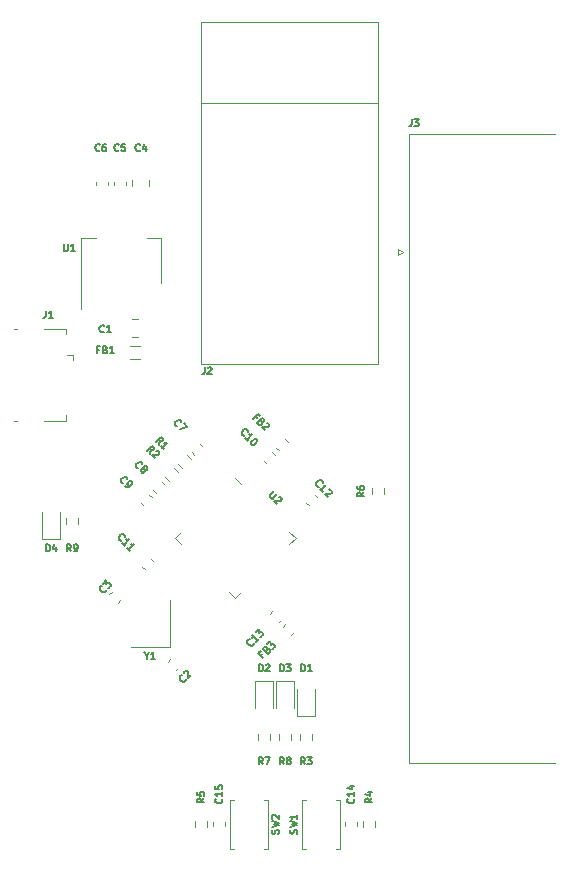
<source format=gbr>
%TF.GenerationSoftware,KiCad,Pcbnew,(5.1.8)-1*%
%TF.CreationDate,2021-01-03T01:00:04+10:00*%
%TF.ProjectId,OpenRetroPad,4f70656e-5265-4747-926f-5061642e6b69,rev?*%
%TF.SameCoordinates,Original*%
%TF.FileFunction,Legend,Top*%
%TF.FilePolarity,Positive*%
%FSLAX46Y46*%
G04 Gerber Fmt 4.6, Leading zero omitted, Abs format (unit mm)*
G04 Created by KiCad (PCBNEW (5.1.8)-1) date 2021-01-03 01:00:04*
%MOMM*%
%LPD*%
G01*
G04 APERTURE LIST*
%ADD10C,0.120000*%
%ADD11C,0.150000*%
G04 APERTURE END LIST*
D10*
%TO.C,R9*%
X112536500Y-100567258D02*
X112536500Y-100092742D01*
X111491500Y-100567258D02*
X111491500Y-100092742D01*
%TO.C,D4*%
X110971000Y-101815000D02*
X110971000Y-99530000D01*
X109501000Y-101815000D02*
X110971000Y-101815000D01*
X109501000Y-99530000D02*
X109501000Y-101815000D01*
%TO.C,R8*%
X130570500Y-118855258D02*
X130570500Y-118380742D01*
X129525500Y-118855258D02*
X129525500Y-118380742D01*
%TO.C,R7*%
X128792500Y-118855258D02*
X128792500Y-118380742D01*
X127747500Y-118855258D02*
X127747500Y-118380742D01*
%TO.C,D3*%
X129313000Y-113831000D02*
X129313000Y-116116000D01*
X130783000Y-113831000D02*
X129313000Y-113831000D01*
X130783000Y-116116000D02*
X130783000Y-113831000D01*
%TO.C,D2*%
X127535000Y-113831000D02*
X127535000Y-116116000D01*
X129005000Y-113831000D02*
X127535000Y-113831000D01*
X129005000Y-116116000D02*
X129005000Y-113831000D01*
%TO.C,SW1*%
X134666000Y-123914000D02*
X134666000Y-128054000D01*
X131826000Y-128054000D02*
X131526000Y-128054000D01*
X131526000Y-128054000D02*
X131526000Y-123914000D01*
X134366000Y-123914000D02*
X134666000Y-123914000D01*
X131526000Y-123914000D02*
X131826000Y-123914000D01*
X134666000Y-128054000D02*
X134366000Y-128054000D01*
%TO.C,SW2*%
X128570000Y-123914000D02*
X128570000Y-128054000D01*
X125730000Y-128054000D02*
X125430000Y-128054000D01*
X125430000Y-128054000D02*
X125430000Y-123914000D01*
X128270000Y-123914000D02*
X128570000Y-123914000D01*
X125430000Y-123914000D02*
X125730000Y-123914000D01*
X128570000Y-128054000D02*
X128270000Y-128054000D01*
%TO.C,J1*%
X111522500Y-84030000D02*
X111522500Y-84480000D01*
X109672500Y-84030000D02*
X111522500Y-84030000D01*
X107122500Y-91830000D02*
X107372500Y-91830000D01*
X107122500Y-84030000D02*
X107372500Y-84030000D01*
X109672500Y-91830000D02*
X111522500Y-91830000D01*
X111522500Y-91830000D02*
X111522500Y-91380000D01*
X112072500Y-86230000D02*
X112072500Y-86680000D01*
X112072500Y-86230000D02*
X111622500Y-86230000D01*
%TO.C,J2*%
X137960000Y-64910000D02*
X122960000Y-64910000D01*
X122960000Y-58030000D02*
X122960000Y-87030000D01*
X137960000Y-58030000D02*
X122960000Y-58030000D01*
X137960000Y-87030000D02*
X137960000Y-58030000D01*
X122960000Y-87030000D02*
X137960000Y-87030000D01*
%TO.C,Y1*%
X116968000Y-110966000D02*
X120268000Y-110966000D01*
X120268000Y-110966000D02*
X120268000Y-106966000D01*
%TO.C,R6*%
X138444500Y-98027258D02*
X138444500Y-97552742D01*
X137399500Y-98027258D02*
X137399500Y-97552742D01*
%TO.C,U2*%
X126345106Y-97183007D02*
X125832454Y-96670355D01*
X125832454Y-106880977D02*
X126345106Y-106368325D01*
X125319802Y-106368325D02*
X125832454Y-106880977D01*
X120727143Y-101775666D02*
X121239795Y-101263014D01*
X121239795Y-102288318D02*
X120727143Y-101775666D01*
X130937765Y-101775666D02*
X130425113Y-102288318D01*
X130425113Y-101263014D02*
X130937765Y-101775666D01*
%TO.C,R3*%
X131303500Y-118855258D02*
X131303500Y-118380742D01*
X132348500Y-118855258D02*
X132348500Y-118380742D01*
%TO.C,D1*%
X131091000Y-114516000D02*
X131091000Y-116801000D01*
X131091000Y-116801000D02*
X132561000Y-116801000D01*
X132561000Y-116801000D02*
X132561000Y-114516000D01*
%TO.C,FB1*%
X117747622Y-86602000D02*
X116948378Y-86602000D01*
X117747622Y-85482000D02*
X116948378Y-85482000D01*
%TO.C,C4*%
X117095000Y-71458748D02*
X117095000Y-71981252D01*
X118565000Y-71458748D02*
X118565000Y-71981252D01*
%TO.C,C1*%
X117086748Y-84719000D02*
X117609252Y-84719000D01*
X117086748Y-83249000D02*
X117609252Y-83249000D01*
%TO.C,R2*%
X120242603Y-96924743D02*
X119907070Y-96589210D01*
X120981530Y-96185816D02*
X120645997Y-95850283D01*
%TO.C,R1*%
X121320234Y-95847112D02*
X120984701Y-95511579D01*
X122059161Y-95108185D02*
X121723628Y-94772652D01*
%TO.C,C7*%
X122860780Y-93772221D02*
X123059591Y-93971032D01*
X122139531Y-94493470D02*
X122338342Y-94692281D01*
%TO.C,U1*%
X112766000Y-82400000D02*
X112766000Y-76390000D01*
X119586000Y-80150000D02*
X119586000Y-76390000D01*
X112766000Y-76390000D02*
X114026000Y-76390000D01*
X119586000Y-76390000D02*
X118326000Y-76390000D01*
%TO.C,R5*%
X122413500Y-126221258D02*
X122413500Y-125746742D01*
X123458500Y-126221258D02*
X123458500Y-125746742D01*
%TO.C,R4*%
X136637500Y-126221258D02*
X136637500Y-125746742D01*
X137682500Y-126221258D02*
X137682500Y-125746742D01*
%TO.C,FB3*%
X129846855Y-109253165D02*
X130077060Y-109022960D01*
X130568104Y-109974414D02*
X130798309Y-109744209D01*
%TO.C,FB2*%
X129538244Y-94348768D02*
X129308039Y-94118563D01*
X130259493Y-93627519D02*
X130029288Y-93397314D01*
%TO.C,C15*%
X124970000Y-125843420D02*
X124970000Y-126124580D01*
X123950000Y-125843420D02*
X123950000Y-126124580D01*
%TO.C,C14*%
X136146000Y-125843420D02*
X136146000Y-126124580D01*
X135126000Y-125843420D02*
X135126000Y-126124580D01*
%TO.C,C13*%
X128784921Y-108159837D02*
X128983732Y-107961026D01*
X129506170Y-108881086D02*
X129704981Y-108682275D01*
%TO.C,C12*%
X132559457Y-98082744D02*
X132758268Y-98281555D01*
X131838208Y-98803993D02*
X132037019Y-99002804D01*
%TO.C,C11*%
X118686283Y-103501713D02*
X118885094Y-103700524D01*
X117965034Y-104222962D02*
X118163845Y-104421773D01*
%TO.C,C10*%
X128444917Y-95410702D02*
X128246106Y-95211891D01*
X129166166Y-94689453D02*
X128967355Y-94490642D01*
%TO.C,C8*%
X119627888Y-97005113D02*
X119826699Y-97203924D01*
X118906639Y-97726362D02*
X119105450Y-97925173D01*
%TO.C,C9*%
X118550258Y-98082744D02*
X118749069Y-98281555D01*
X117829009Y-98803993D02*
X118027820Y-99002804D01*
%TO.C,C6*%
X114018000Y-71579420D02*
X114018000Y-71860580D01*
X115038000Y-71579420D02*
X115038000Y-71860580D01*
%TO.C,C5*%
X115542000Y-71579420D02*
X115542000Y-71860580D01*
X116562000Y-71579420D02*
X116562000Y-71860580D01*
%TO.C,C3*%
X116093284Y-107047778D02*
X115894473Y-107246589D01*
X115372035Y-106326529D02*
X115173224Y-106525340D01*
%TO.C,C2*%
X121027591Y-112744085D02*
X120828780Y-112942896D01*
X120306342Y-112022836D02*
X120107531Y-112221647D01*
%TO.C,J3*%
X140068675Y-77550000D02*
X139635662Y-77800000D01*
X139635662Y-77300000D02*
X140068675Y-77550000D01*
X139635662Y-77800000D02*
X139635662Y-77300000D01*
X140530000Y-67560000D02*
X152870000Y-67560000D01*
X140530000Y-120780000D02*
X140530000Y-67560000D01*
X152870000Y-120780000D02*
X140530000Y-120780000D01*
%TO.C,R9*%
D11*
X111914000Y-102887428D02*
X111714000Y-102601714D01*
X111571142Y-102887428D02*
X111571142Y-102287428D01*
X111799714Y-102287428D01*
X111856857Y-102316000D01*
X111885428Y-102344571D01*
X111914000Y-102401714D01*
X111914000Y-102487428D01*
X111885428Y-102544571D01*
X111856857Y-102573142D01*
X111799714Y-102601714D01*
X111571142Y-102601714D01*
X112199714Y-102887428D02*
X112314000Y-102887428D01*
X112371142Y-102858857D01*
X112399714Y-102830285D01*
X112456857Y-102744571D01*
X112485428Y-102630285D01*
X112485428Y-102401714D01*
X112456857Y-102344571D01*
X112428285Y-102316000D01*
X112371142Y-102287428D01*
X112256857Y-102287428D01*
X112199714Y-102316000D01*
X112171142Y-102344571D01*
X112142571Y-102401714D01*
X112142571Y-102544571D01*
X112171142Y-102601714D01*
X112199714Y-102630285D01*
X112256857Y-102658857D01*
X112371142Y-102658857D01*
X112428285Y-102630285D01*
X112456857Y-102601714D01*
X112485428Y-102544571D01*
%TO.C,D4*%
X109793142Y-102887428D02*
X109793142Y-102287428D01*
X109936000Y-102287428D01*
X110021714Y-102316000D01*
X110078857Y-102373142D01*
X110107428Y-102430285D01*
X110136000Y-102544571D01*
X110136000Y-102630285D01*
X110107428Y-102744571D01*
X110078857Y-102801714D01*
X110021714Y-102858857D01*
X109936000Y-102887428D01*
X109793142Y-102887428D01*
X110650285Y-102487428D02*
X110650285Y-102887428D01*
X110507428Y-102258857D02*
X110364571Y-102687428D01*
X110736000Y-102687428D01*
%TO.C,R8*%
X129948000Y-120921428D02*
X129748000Y-120635714D01*
X129605142Y-120921428D02*
X129605142Y-120321428D01*
X129833714Y-120321428D01*
X129890857Y-120350000D01*
X129919428Y-120378571D01*
X129948000Y-120435714D01*
X129948000Y-120521428D01*
X129919428Y-120578571D01*
X129890857Y-120607142D01*
X129833714Y-120635714D01*
X129605142Y-120635714D01*
X130290857Y-120578571D02*
X130233714Y-120550000D01*
X130205142Y-120521428D01*
X130176571Y-120464285D01*
X130176571Y-120435714D01*
X130205142Y-120378571D01*
X130233714Y-120350000D01*
X130290857Y-120321428D01*
X130405142Y-120321428D01*
X130462285Y-120350000D01*
X130490857Y-120378571D01*
X130519428Y-120435714D01*
X130519428Y-120464285D01*
X130490857Y-120521428D01*
X130462285Y-120550000D01*
X130405142Y-120578571D01*
X130290857Y-120578571D01*
X130233714Y-120607142D01*
X130205142Y-120635714D01*
X130176571Y-120692857D01*
X130176571Y-120807142D01*
X130205142Y-120864285D01*
X130233714Y-120892857D01*
X130290857Y-120921428D01*
X130405142Y-120921428D01*
X130462285Y-120892857D01*
X130490857Y-120864285D01*
X130519428Y-120807142D01*
X130519428Y-120692857D01*
X130490857Y-120635714D01*
X130462285Y-120607142D01*
X130405142Y-120578571D01*
%TO.C,R7*%
X128170000Y-120921428D02*
X127970000Y-120635714D01*
X127827142Y-120921428D02*
X127827142Y-120321428D01*
X128055714Y-120321428D01*
X128112857Y-120350000D01*
X128141428Y-120378571D01*
X128170000Y-120435714D01*
X128170000Y-120521428D01*
X128141428Y-120578571D01*
X128112857Y-120607142D01*
X128055714Y-120635714D01*
X127827142Y-120635714D01*
X128370000Y-120321428D02*
X128770000Y-120321428D01*
X128512857Y-120921428D01*
%TO.C,D3*%
X129605142Y-113047428D02*
X129605142Y-112447428D01*
X129748000Y-112447428D01*
X129833714Y-112476000D01*
X129890857Y-112533142D01*
X129919428Y-112590285D01*
X129948000Y-112704571D01*
X129948000Y-112790285D01*
X129919428Y-112904571D01*
X129890857Y-112961714D01*
X129833714Y-113018857D01*
X129748000Y-113047428D01*
X129605142Y-113047428D01*
X130148000Y-112447428D02*
X130519428Y-112447428D01*
X130319428Y-112676000D01*
X130405142Y-112676000D01*
X130462285Y-112704571D01*
X130490857Y-112733142D01*
X130519428Y-112790285D01*
X130519428Y-112933142D01*
X130490857Y-112990285D01*
X130462285Y-113018857D01*
X130405142Y-113047428D01*
X130233714Y-113047428D01*
X130176571Y-113018857D01*
X130148000Y-112990285D01*
%TO.C,D2*%
X127827142Y-113047428D02*
X127827142Y-112447428D01*
X127970000Y-112447428D01*
X128055714Y-112476000D01*
X128112857Y-112533142D01*
X128141428Y-112590285D01*
X128170000Y-112704571D01*
X128170000Y-112790285D01*
X128141428Y-112904571D01*
X128112857Y-112961714D01*
X128055714Y-113018857D01*
X127970000Y-113047428D01*
X127827142Y-113047428D01*
X128398571Y-112504571D02*
X128427142Y-112476000D01*
X128484285Y-112447428D01*
X128627142Y-112447428D01*
X128684285Y-112476000D01*
X128712857Y-112504571D01*
X128741428Y-112561714D01*
X128741428Y-112618857D01*
X128712857Y-112704571D01*
X128370000Y-113047428D01*
X128741428Y-113047428D01*
%TO.C,SW1*%
X131052857Y-126784000D02*
X131081428Y-126698285D01*
X131081428Y-126555428D01*
X131052857Y-126498285D01*
X131024285Y-126469714D01*
X130967142Y-126441142D01*
X130910000Y-126441142D01*
X130852857Y-126469714D01*
X130824285Y-126498285D01*
X130795714Y-126555428D01*
X130767142Y-126669714D01*
X130738571Y-126726857D01*
X130710000Y-126755428D01*
X130652857Y-126784000D01*
X130595714Y-126784000D01*
X130538571Y-126755428D01*
X130510000Y-126726857D01*
X130481428Y-126669714D01*
X130481428Y-126526857D01*
X130510000Y-126441142D01*
X130481428Y-126241142D02*
X131081428Y-126098285D01*
X130652857Y-125984000D01*
X131081428Y-125869714D01*
X130481428Y-125726857D01*
X131081428Y-125184000D02*
X131081428Y-125526857D01*
X131081428Y-125355428D02*
X130481428Y-125355428D01*
X130567142Y-125412571D01*
X130624285Y-125469714D01*
X130652857Y-125526857D01*
%TO.C,SW2*%
X129492857Y-126784000D02*
X129521428Y-126698285D01*
X129521428Y-126555428D01*
X129492857Y-126498285D01*
X129464285Y-126469714D01*
X129407142Y-126441142D01*
X129350000Y-126441142D01*
X129292857Y-126469714D01*
X129264285Y-126498285D01*
X129235714Y-126555428D01*
X129207142Y-126669714D01*
X129178571Y-126726857D01*
X129150000Y-126755428D01*
X129092857Y-126784000D01*
X129035714Y-126784000D01*
X128978571Y-126755428D01*
X128950000Y-126726857D01*
X128921428Y-126669714D01*
X128921428Y-126526857D01*
X128950000Y-126441142D01*
X128921428Y-126241142D02*
X129521428Y-126098285D01*
X129092857Y-125984000D01*
X129521428Y-125869714D01*
X128921428Y-125726857D01*
X128978571Y-125526857D02*
X128950000Y-125498285D01*
X128921428Y-125441142D01*
X128921428Y-125298285D01*
X128950000Y-125241142D01*
X128978571Y-125212571D01*
X129035714Y-125184000D01*
X129092857Y-125184000D01*
X129178571Y-125212571D01*
X129521428Y-125555428D01*
X129521428Y-125184000D01*
%TO.C,J1*%
X109782000Y-82505428D02*
X109782000Y-82934000D01*
X109753428Y-83019714D01*
X109696285Y-83076857D01*
X109610571Y-83105428D01*
X109553428Y-83105428D01*
X110382000Y-83105428D02*
X110039142Y-83105428D01*
X110210571Y-83105428D02*
X110210571Y-82505428D01*
X110153428Y-82591142D01*
X110096285Y-82648285D01*
X110039142Y-82676857D01*
%TO.C,J2*%
X123244000Y-87301428D02*
X123244000Y-87730000D01*
X123215428Y-87815714D01*
X123158285Y-87872857D01*
X123072571Y-87901428D01*
X123015428Y-87901428D01*
X123501142Y-87358571D02*
X123529714Y-87330000D01*
X123586857Y-87301428D01*
X123729714Y-87301428D01*
X123786857Y-87330000D01*
X123815428Y-87358571D01*
X123844000Y-87415714D01*
X123844000Y-87472857D01*
X123815428Y-87558571D01*
X123472571Y-87901428D01*
X123844000Y-87901428D01*
%TO.C,Y1*%
X118332285Y-111745714D02*
X118332285Y-112031428D01*
X118132285Y-111431428D02*
X118332285Y-111745714D01*
X118532285Y-111431428D01*
X119046571Y-112031428D02*
X118703714Y-112031428D01*
X118875142Y-112031428D02*
X118875142Y-111431428D01*
X118818000Y-111517142D01*
X118760857Y-111574285D01*
X118703714Y-111602857D01*
%TO.C,R6*%
X136763428Y-97890000D02*
X136477714Y-98090000D01*
X136763428Y-98232857D02*
X136163428Y-98232857D01*
X136163428Y-98004285D01*
X136192000Y-97947142D01*
X136220571Y-97918571D01*
X136277714Y-97890000D01*
X136363428Y-97890000D01*
X136420571Y-97918571D01*
X136449142Y-97947142D01*
X136477714Y-98004285D01*
X136477714Y-98232857D01*
X136163428Y-97375714D02*
X136163428Y-97490000D01*
X136192000Y-97547142D01*
X136220571Y-97575714D01*
X136306285Y-97632857D01*
X136420571Y-97661428D01*
X136649142Y-97661428D01*
X136706285Y-97632857D01*
X136734857Y-97604285D01*
X136763428Y-97547142D01*
X136763428Y-97432857D01*
X136734857Y-97375714D01*
X136706285Y-97347142D01*
X136649142Y-97318571D01*
X136506285Y-97318571D01*
X136449142Y-97347142D01*
X136420571Y-97375714D01*
X136392000Y-97432857D01*
X136392000Y-97547142D01*
X136420571Y-97604285D01*
X136449142Y-97632857D01*
X136506285Y-97661428D01*
%TO.C,U2*%
X129149795Y-97811827D02*
X128806343Y-98155278D01*
X128786140Y-98215888D01*
X128786140Y-98256294D01*
X128806343Y-98316903D01*
X128887155Y-98397715D01*
X128947764Y-98417918D01*
X128988170Y-98417918D01*
X129048780Y-98397715D01*
X129392231Y-98054263D01*
X129533653Y-98276497D02*
X129574059Y-98276497D01*
X129634668Y-98296700D01*
X129735683Y-98397715D01*
X129755886Y-98458324D01*
X129755886Y-98498730D01*
X129735683Y-98559339D01*
X129695277Y-98599746D01*
X129614465Y-98640152D01*
X129129592Y-98640152D01*
X129392231Y-98902791D01*
%TO.C,R3*%
X131726000Y-120921428D02*
X131526000Y-120635714D01*
X131383142Y-120921428D02*
X131383142Y-120321428D01*
X131611714Y-120321428D01*
X131668857Y-120350000D01*
X131697428Y-120378571D01*
X131726000Y-120435714D01*
X131726000Y-120521428D01*
X131697428Y-120578571D01*
X131668857Y-120607142D01*
X131611714Y-120635714D01*
X131383142Y-120635714D01*
X131926000Y-120321428D02*
X132297428Y-120321428D01*
X132097428Y-120550000D01*
X132183142Y-120550000D01*
X132240285Y-120578571D01*
X132268857Y-120607142D01*
X132297428Y-120664285D01*
X132297428Y-120807142D01*
X132268857Y-120864285D01*
X132240285Y-120892857D01*
X132183142Y-120921428D01*
X132011714Y-120921428D01*
X131954571Y-120892857D01*
X131926000Y-120864285D01*
%TO.C,D1*%
X131383142Y-113047428D02*
X131383142Y-112447428D01*
X131526000Y-112447428D01*
X131611714Y-112476000D01*
X131668857Y-112533142D01*
X131697428Y-112590285D01*
X131726000Y-112704571D01*
X131726000Y-112790285D01*
X131697428Y-112904571D01*
X131668857Y-112961714D01*
X131611714Y-113018857D01*
X131526000Y-113047428D01*
X131383142Y-113047428D01*
X132297428Y-113047428D02*
X131954571Y-113047428D01*
X132126000Y-113047428D02*
X132126000Y-112447428D01*
X132068857Y-112533142D01*
X132011714Y-112590285D01*
X131954571Y-112618857D01*
%TO.C,FB1*%
X114308000Y-85809142D02*
X114108000Y-85809142D01*
X114108000Y-86123428D02*
X114108000Y-85523428D01*
X114393714Y-85523428D01*
X114822285Y-85809142D02*
X114908000Y-85837714D01*
X114936571Y-85866285D01*
X114965142Y-85923428D01*
X114965142Y-86009142D01*
X114936571Y-86066285D01*
X114908000Y-86094857D01*
X114850857Y-86123428D01*
X114622285Y-86123428D01*
X114622285Y-85523428D01*
X114822285Y-85523428D01*
X114879428Y-85552000D01*
X114908000Y-85580571D01*
X114936571Y-85637714D01*
X114936571Y-85694857D01*
X114908000Y-85752000D01*
X114879428Y-85780571D01*
X114822285Y-85809142D01*
X114622285Y-85809142D01*
X115536571Y-86123428D02*
X115193714Y-86123428D01*
X115365142Y-86123428D02*
X115365142Y-85523428D01*
X115308000Y-85609142D01*
X115250857Y-85666285D01*
X115193714Y-85694857D01*
%TO.C,C4*%
X117756000Y-68944285D02*
X117727428Y-68972857D01*
X117641714Y-69001428D01*
X117584571Y-69001428D01*
X117498857Y-68972857D01*
X117441714Y-68915714D01*
X117413142Y-68858571D01*
X117384571Y-68744285D01*
X117384571Y-68658571D01*
X117413142Y-68544285D01*
X117441714Y-68487142D01*
X117498857Y-68430000D01*
X117584571Y-68401428D01*
X117641714Y-68401428D01*
X117727428Y-68430000D01*
X117756000Y-68458571D01*
X118270285Y-68601428D02*
X118270285Y-69001428D01*
X118127428Y-68372857D02*
X117984571Y-68801428D01*
X118356000Y-68801428D01*
%TO.C,C1*%
X114708000Y-84288285D02*
X114679428Y-84316857D01*
X114593714Y-84345428D01*
X114536571Y-84345428D01*
X114450857Y-84316857D01*
X114393714Y-84259714D01*
X114365142Y-84202571D01*
X114336571Y-84088285D01*
X114336571Y-84002571D01*
X114365142Y-83888285D01*
X114393714Y-83831142D01*
X114450857Y-83774000D01*
X114536571Y-83745428D01*
X114593714Y-83745428D01*
X114679428Y-83774000D01*
X114708000Y-83802571D01*
X115279428Y-84345428D02*
X114936571Y-84345428D01*
X115108000Y-84345428D02*
X115108000Y-83745428D01*
X115050857Y-83831142D01*
X114993714Y-83888285D01*
X114936571Y-83916857D01*
%TO.C,R2*%
X118609360Y-94609217D02*
X118669969Y-94265765D01*
X118366923Y-94366780D02*
X118791187Y-93942516D01*
X118952812Y-94104141D01*
X118973015Y-94164750D01*
X118973015Y-94205156D01*
X118952812Y-94265765D01*
X118892203Y-94326374D01*
X118831593Y-94346577D01*
X118791187Y-94346577D01*
X118730578Y-94326374D01*
X118568954Y-94164750D01*
X119154842Y-94386983D02*
X119195248Y-94386983D01*
X119255857Y-94407186D01*
X119356873Y-94508202D01*
X119377076Y-94568811D01*
X119377076Y-94609217D01*
X119356873Y-94669826D01*
X119316467Y-94710232D01*
X119235654Y-94750638D01*
X118750781Y-94750638D01*
X119013421Y-95013278D01*
%TO.C,R1*%
X119371360Y-93847218D02*
X119431969Y-93503766D01*
X119128923Y-93604781D02*
X119553187Y-93180517D01*
X119714812Y-93342142D01*
X119735015Y-93402751D01*
X119735015Y-93443157D01*
X119714812Y-93503766D01*
X119654203Y-93564375D01*
X119593593Y-93584578D01*
X119553187Y-93584578D01*
X119492578Y-93564375D01*
X119330954Y-93402751D01*
X119775421Y-94251279D02*
X119532984Y-94008842D01*
X119654203Y-94130061D02*
X120078467Y-93705796D01*
X119977451Y-93726000D01*
X119896639Y-93726000D01*
X119836030Y-93705796D01*
%TO.C,C7*%
X120935766Y-92282812D02*
X120895360Y-92282812D01*
X120814548Y-92242406D01*
X120774142Y-92202000D01*
X120733735Y-92121187D01*
X120733735Y-92040375D01*
X120753938Y-91979766D01*
X120814548Y-91878751D01*
X120875157Y-91818142D01*
X120976172Y-91757532D01*
X121036781Y-91737329D01*
X121117593Y-91737329D01*
X121198406Y-91777735D01*
X121238812Y-91818142D01*
X121279218Y-91898954D01*
X121279218Y-91939360D01*
X121461045Y-92040375D02*
X121743888Y-92323218D01*
X121137796Y-92565654D01*
%TO.C,U1*%
X111302857Y-76887428D02*
X111302857Y-77373142D01*
X111331428Y-77430285D01*
X111360000Y-77458857D01*
X111417142Y-77487428D01*
X111531428Y-77487428D01*
X111588571Y-77458857D01*
X111617142Y-77430285D01*
X111645714Y-77373142D01*
X111645714Y-76887428D01*
X112245714Y-77487428D02*
X111902857Y-77487428D01*
X112074285Y-77487428D02*
X112074285Y-76887428D01*
X112017142Y-76973142D01*
X111960000Y-77030285D01*
X111902857Y-77058857D01*
%TO.C,R5*%
X123207428Y-123798000D02*
X122921714Y-123998000D01*
X123207428Y-124140857D02*
X122607428Y-124140857D01*
X122607428Y-123912285D01*
X122636000Y-123855142D01*
X122664571Y-123826571D01*
X122721714Y-123798000D01*
X122807428Y-123798000D01*
X122864571Y-123826571D01*
X122893142Y-123855142D01*
X122921714Y-123912285D01*
X122921714Y-124140857D01*
X122607428Y-123255142D02*
X122607428Y-123540857D01*
X122893142Y-123569428D01*
X122864571Y-123540857D01*
X122836000Y-123483714D01*
X122836000Y-123340857D01*
X122864571Y-123283714D01*
X122893142Y-123255142D01*
X122950285Y-123226571D01*
X123093142Y-123226571D01*
X123150285Y-123255142D01*
X123178857Y-123283714D01*
X123207428Y-123340857D01*
X123207428Y-123483714D01*
X123178857Y-123540857D01*
X123150285Y-123569428D01*
%TO.C,R4*%
X137431428Y-123798000D02*
X137145714Y-123998000D01*
X137431428Y-124140857D02*
X136831428Y-124140857D01*
X136831428Y-123912285D01*
X136860000Y-123855142D01*
X136888571Y-123826571D01*
X136945714Y-123798000D01*
X137031428Y-123798000D01*
X137088571Y-123826571D01*
X137117142Y-123855142D01*
X137145714Y-123912285D01*
X137145714Y-124140857D01*
X137031428Y-123283714D02*
X137431428Y-123283714D01*
X136802857Y-123426571D02*
X137231428Y-123569428D01*
X137231428Y-123198000D01*
%TO.C,FB3*%
X128140142Y-111575248D02*
X127998720Y-111716670D01*
X128220954Y-111938903D02*
X127796690Y-111514639D01*
X127998720Y-111312609D01*
X128503796Y-111211593D02*
X128584609Y-111171187D01*
X128625015Y-111171187D01*
X128685624Y-111191390D01*
X128746233Y-111252000D01*
X128766436Y-111312609D01*
X128766436Y-111353015D01*
X128746233Y-111413624D01*
X128584609Y-111575248D01*
X128160345Y-111150984D01*
X128301766Y-111009563D01*
X128362375Y-110989360D01*
X128402781Y-110989360D01*
X128463390Y-111009563D01*
X128503796Y-111049969D01*
X128524000Y-111110578D01*
X128524000Y-111150984D01*
X128503796Y-111211593D01*
X128362375Y-111353015D01*
X128544203Y-110767126D02*
X128806842Y-110504487D01*
X128827045Y-110807532D01*
X128887654Y-110746923D01*
X128948264Y-110726720D01*
X128988670Y-110726720D01*
X129049279Y-110746923D01*
X129150294Y-110847938D01*
X129170497Y-110908548D01*
X129170497Y-110948954D01*
X129150294Y-111009563D01*
X129029076Y-111130781D01*
X128968467Y-111150984D01*
X128928061Y-111150984D01*
%TO.C,FB2*%
X127692751Y-91564142D02*
X127551329Y-91422720D01*
X127329096Y-91644954D02*
X127753360Y-91220690D01*
X127955390Y-91422720D01*
X128056406Y-91927796D02*
X128096812Y-92008609D01*
X128096812Y-92049015D01*
X128076609Y-92109624D01*
X128016000Y-92170233D01*
X127955390Y-92190436D01*
X127914984Y-92190436D01*
X127854375Y-92170233D01*
X127692751Y-92008609D01*
X128117015Y-91584345D01*
X128258436Y-91725766D01*
X128278639Y-91786375D01*
X128278639Y-91826781D01*
X128258436Y-91887390D01*
X128218030Y-91927796D01*
X128157421Y-91948000D01*
X128117015Y-91948000D01*
X128056406Y-91927796D01*
X127914984Y-91786375D01*
X128480670Y-92028812D02*
X128521076Y-92028812D01*
X128581685Y-92049015D01*
X128682700Y-92150030D01*
X128702903Y-92210639D01*
X128702903Y-92251045D01*
X128682700Y-92311654D01*
X128642294Y-92352061D01*
X128561482Y-92392467D01*
X128076609Y-92392467D01*
X128339248Y-92655106D01*
%TO.C,C15*%
X124674285Y-123829714D02*
X124702857Y-123858285D01*
X124731428Y-123944000D01*
X124731428Y-124001142D01*
X124702857Y-124086857D01*
X124645714Y-124144000D01*
X124588571Y-124172571D01*
X124474285Y-124201142D01*
X124388571Y-124201142D01*
X124274285Y-124172571D01*
X124217142Y-124144000D01*
X124160000Y-124086857D01*
X124131428Y-124001142D01*
X124131428Y-123944000D01*
X124160000Y-123858285D01*
X124188571Y-123829714D01*
X124731428Y-123258285D02*
X124731428Y-123601142D01*
X124731428Y-123429714D02*
X124131428Y-123429714D01*
X124217142Y-123486857D01*
X124274285Y-123544000D01*
X124302857Y-123601142D01*
X124131428Y-122715428D02*
X124131428Y-123001142D01*
X124417142Y-123029714D01*
X124388571Y-123001142D01*
X124360000Y-122944000D01*
X124360000Y-122801142D01*
X124388571Y-122744000D01*
X124417142Y-122715428D01*
X124474285Y-122686857D01*
X124617142Y-122686857D01*
X124674285Y-122715428D01*
X124702857Y-122744000D01*
X124731428Y-122801142D01*
X124731428Y-122944000D01*
X124702857Y-123001142D01*
X124674285Y-123029714D01*
%TO.C,C14*%
X135850285Y-123829714D02*
X135878857Y-123858285D01*
X135907428Y-123944000D01*
X135907428Y-124001142D01*
X135878857Y-124086857D01*
X135821714Y-124144000D01*
X135764571Y-124172571D01*
X135650285Y-124201142D01*
X135564571Y-124201142D01*
X135450285Y-124172571D01*
X135393142Y-124144000D01*
X135336000Y-124086857D01*
X135307428Y-124001142D01*
X135307428Y-123944000D01*
X135336000Y-123858285D01*
X135364571Y-123829714D01*
X135907428Y-123258285D02*
X135907428Y-123601142D01*
X135907428Y-123429714D02*
X135307428Y-123429714D01*
X135393142Y-123486857D01*
X135450285Y-123544000D01*
X135478857Y-123601142D01*
X135507428Y-122744000D02*
X135907428Y-122744000D01*
X135278857Y-122886857D02*
X135707428Y-123029714D01*
X135707428Y-122658285D01*
%TO.C,C13*%
X127386781Y-110660264D02*
X127386781Y-110700670D01*
X127346375Y-110781482D01*
X127305969Y-110821888D01*
X127225157Y-110862294D01*
X127144345Y-110862294D01*
X127083735Y-110842091D01*
X126982720Y-110781482D01*
X126922111Y-110720873D01*
X126861502Y-110619857D01*
X126841299Y-110559248D01*
X126841299Y-110478436D01*
X126881705Y-110397624D01*
X126922111Y-110357218D01*
X127002923Y-110316812D01*
X127043329Y-110316812D01*
X127831248Y-110296609D02*
X127588812Y-110539045D01*
X127710030Y-110417827D02*
X127285766Y-109993563D01*
X127305969Y-110094578D01*
X127305969Y-110175390D01*
X127285766Y-110236000D01*
X127548406Y-109730923D02*
X127811045Y-109468284D01*
X127831248Y-109771329D01*
X127891857Y-109710720D01*
X127952467Y-109690517D01*
X127992873Y-109690517D01*
X128053482Y-109710720D01*
X128154497Y-109811735D01*
X128174700Y-109872345D01*
X128174700Y-109912751D01*
X128154497Y-109973360D01*
X128033279Y-110094578D01*
X127972670Y-110114781D01*
X127932264Y-110114781D01*
%TO.C,C12*%
X132885136Y-97410392D02*
X132844730Y-97410392D01*
X132763918Y-97369986D01*
X132723512Y-97329580D01*
X132683106Y-97248768D01*
X132683106Y-97167956D01*
X132703309Y-97107346D01*
X132763918Y-97006331D01*
X132824527Y-96945722D01*
X132925543Y-96885113D01*
X132986152Y-96864910D01*
X133066964Y-96864910D01*
X133147776Y-96905316D01*
X133188182Y-96945722D01*
X133228588Y-97026534D01*
X133228588Y-97066940D01*
X133248791Y-97854859D02*
X133006355Y-97612423D01*
X133127573Y-97733641D02*
X133551837Y-97309377D01*
X133450822Y-97329580D01*
X133370010Y-97329580D01*
X133309401Y-97309377D01*
X133794274Y-97632626D02*
X133834680Y-97632626D01*
X133895289Y-97652829D01*
X133996304Y-97753844D01*
X134016507Y-97814453D01*
X134016507Y-97854859D01*
X133996304Y-97915468D01*
X133955898Y-97955875D01*
X133875086Y-97996281D01*
X133390213Y-97996281D01*
X133652852Y-98258920D01*
%TO.C,C11*%
X116161735Y-101986781D02*
X116121329Y-101986781D01*
X116040517Y-101946375D01*
X116000111Y-101905969D01*
X115959705Y-101825157D01*
X115959705Y-101744345D01*
X115979908Y-101683735D01*
X116040517Y-101582720D01*
X116101126Y-101522111D01*
X116202142Y-101461502D01*
X116262751Y-101441299D01*
X116343563Y-101441299D01*
X116424375Y-101481705D01*
X116464781Y-101522111D01*
X116505187Y-101602923D01*
X116505187Y-101643329D01*
X116525390Y-102431248D02*
X116282954Y-102188812D01*
X116404172Y-102310030D02*
X116828436Y-101885766D01*
X116727421Y-101905969D01*
X116646609Y-101905969D01*
X116586000Y-101885766D01*
X116929451Y-102835309D02*
X116687015Y-102592873D01*
X116808233Y-102714091D02*
X117232497Y-102289827D01*
X117131482Y-102310030D01*
X117050670Y-102310030D01*
X116990061Y-102289827D01*
%TO.C,C10*%
X126575735Y-93096781D02*
X126535329Y-93096781D01*
X126454517Y-93056375D01*
X126414111Y-93015969D01*
X126373705Y-92935157D01*
X126373705Y-92854345D01*
X126393908Y-92793735D01*
X126454517Y-92692720D01*
X126515126Y-92632111D01*
X126616142Y-92571502D01*
X126676751Y-92551299D01*
X126757563Y-92551299D01*
X126838375Y-92591705D01*
X126878781Y-92632111D01*
X126919187Y-92712923D01*
X126919187Y-92753329D01*
X126939390Y-93541248D02*
X126696954Y-93298812D01*
X126818172Y-93420030D02*
X127242436Y-92995766D01*
X127141421Y-93015969D01*
X127060609Y-93015969D01*
X127000000Y-92995766D01*
X127626294Y-93379624D02*
X127666700Y-93420030D01*
X127686903Y-93480639D01*
X127686903Y-93521045D01*
X127666700Y-93581654D01*
X127606091Y-93682670D01*
X127505076Y-93783685D01*
X127404061Y-93844294D01*
X127343451Y-93864497D01*
X127303045Y-93864497D01*
X127242436Y-93844294D01*
X127202030Y-93803888D01*
X127181827Y-93743279D01*
X127181827Y-93702873D01*
X127202030Y-93642264D01*
X127262639Y-93541248D01*
X127363654Y-93440233D01*
X127464670Y-93379624D01*
X127525279Y-93359421D01*
X127565685Y-93359421D01*
X127626294Y-93379624D01*
%TO.C,C8*%
X117633766Y-95838812D02*
X117593360Y-95838812D01*
X117512548Y-95798406D01*
X117472142Y-95758000D01*
X117431735Y-95677187D01*
X117431735Y-95596375D01*
X117451938Y-95535766D01*
X117512548Y-95434751D01*
X117573157Y-95374142D01*
X117674172Y-95313532D01*
X117734781Y-95293329D01*
X117815593Y-95293329D01*
X117896406Y-95333735D01*
X117936812Y-95374142D01*
X117977218Y-95454954D01*
X117977218Y-95495360D01*
X118078233Y-95879218D02*
X118058030Y-95818609D01*
X118058030Y-95778203D01*
X118078233Y-95717593D01*
X118098436Y-95697390D01*
X118159045Y-95677187D01*
X118199451Y-95677187D01*
X118260061Y-95697390D01*
X118340873Y-95778203D01*
X118361076Y-95838812D01*
X118361076Y-95879218D01*
X118340873Y-95939827D01*
X118320670Y-95960030D01*
X118260061Y-95980233D01*
X118219654Y-95980233D01*
X118159045Y-95960030D01*
X118078233Y-95879218D01*
X118017624Y-95859015D01*
X117977218Y-95859015D01*
X117916609Y-95879218D01*
X117835796Y-95960030D01*
X117815593Y-96020639D01*
X117815593Y-96061045D01*
X117835796Y-96121654D01*
X117916609Y-96202467D01*
X117977218Y-96222670D01*
X118017624Y-96222670D01*
X118078233Y-96202467D01*
X118159045Y-96121654D01*
X118179248Y-96061045D01*
X118179248Y-96020639D01*
X118159045Y-95960030D01*
%TO.C,C9*%
X116363767Y-97108812D02*
X116323361Y-97108812D01*
X116242549Y-97068406D01*
X116202143Y-97028000D01*
X116161736Y-96947187D01*
X116161736Y-96866375D01*
X116181939Y-96805766D01*
X116242549Y-96704751D01*
X116303158Y-96644142D01*
X116404173Y-96583532D01*
X116464782Y-96563329D01*
X116545594Y-96563329D01*
X116626407Y-96603735D01*
X116666813Y-96644142D01*
X116707219Y-96724954D01*
X116707219Y-96765360D01*
X116525391Y-97351248D02*
X116606204Y-97432061D01*
X116666813Y-97452264D01*
X116707219Y-97452264D01*
X116808234Y-97432061D01*
X116909249Y-97371451D01*
X117070874Y-97209827D01*
X117091077Y-97149218D01*
X117091077Y-97108812D01*
X117070874Y-97048203D01*
X116990062Y-96967390D01*
X116929452Y-96947187D01*
X116889046Y-96947187D01*
X116828437Y-96967390D01*
X116727422Y-97068406D01*
X116707219Y-97129015D01*
X116707219Y-97169421D01*
X116727422Y-97230030D01*
X116808234Y-97310842D01*
X116868843Y-97331045D01*
X116909249Y-97331045D01*
X116969858Y-97310842D01*
%TO.C,C6*%
X114360000Y-68944285D02*
X114331428Y-68972857D01*
X114245714Y-69001428D01*
X114188571Y-69001428D01*
X114102857Y-68972857D01*
X114045714Y-68915714D01*
X114017142Y-68858571D01*
X113988571Y-68744285D01*
X113988571Y-68658571D01*
X114017142Y-68544285D01*
X114045714Y-68487142D01*
X114102857Y-68430000D01*
X114188571Y-68401428D01*
X114245714Y-68401428D01*
X114331428Y-68430000D01*
X114360000Y-68458571D01*
X114874285Y-68401428D02*
X114760000Y-68401428D01*
X114702857Y-68430000D01*
X114674285Y-68458571D01*
X114617142Y-68544285D01*
X114588571Y-68658571D01*
X114588571Y-68887142D01*
X114617142Y-68944285D01*
X114645714Y-68972857D01*
X114702857Y-69001428D01*
X114817142Y-69001428D01*
X114874285Y-68972857D01*
X114902857Y-68944285D01*
X114931428Y-68887142D01*
X114931428Y-68744285D01*
X114902857Y-68687142D01*
X114874285Y-68658571D01*
X114817142Y-68630000D01*
X114702857Y-68630000D01*
X114645714Y-68658571D01*
X114617142Y-68687142D01*
X114588571Y-68744285D01*
%TO.C,C5*%
X115960000Y-68944285D02*
X115931428Y-68972857D01*
X115845714Y-69001428D01*
X115788571Y-69001428D01*
X115702857Y-68972857D01*
X115645714Y-68915714D01*
X115617142Y-68858571D01*
X115588571Y-68744285D01*
X115588571Y-68658571D01*
X115617142Y-68544285D01*
X115645714Y-68487142D01*
X115702857Y-68430000D01*
X115788571Y-68401428D01*
X115845714Y-68401428D01*
X115931428Y-68430000D01*
X115960000Y-68458571D01*
X116502857Y-68401428D02*
X116217142Y-68401428D01*
X116188571Y-68687142D01*
X116217142Y-68658571D01*
X116274285Y-68630000D01*
X116417142Y-68630000D01*
X116474285Y-68658571D01*
X116502857Y-68687142D01*
X116531428Y-68744285D01*
X116531428Y-68887142D01*
X116502857Y-68944285D01*
X116474285Y-68972857D01*
X116417142Y-69001428D01*
X116274285Y-69001428D01*
X116217142Y-68972857D01*
X116188571Y-68944285D01*
%TO.C,C3*%
X114888812Y-106140233D02*
X114888812Y-106180639D01*
X114848406Y-106261451D01*
X114808000Y-106301857D01*
X114727187Y-106342264D01*
X114646375Y-106342264D01*
X114585766Y-106322061D01*
X114484751Y-106261451D01*
X114424142Y-106200842D01*
X114363532Y-106099827D01*
X114343329Y-106039218D01*
X114343329Y-105958406D01*
X114383735Y-105877593D01*
X114424142Y-105837187D01*
X114504954Y-105796781D01*
X114545360Y-105796781D01*
X114646375Y-105614954D02*
X114909015Y-105352314D01*
X114929218Y-105655360D01*
X114989827Y-105594751D01*
X115050436Y-105574548D01*
X115090842Y-105574548D01*
X115151451Y-105594751D01*
X115252467Y-105695766D01*
X115272670Y-105756375D01*
X115272670Y-105796781D01*
X115252467Y-105857390D01*
X115131248Y-105978609D01*
X115070639Y-105998812D01*
X115030233Y-105998812D01*
%TO.C,C2*%
X121659536Y-113716262D02*
X121659536Y-113756668D01*
X121619130Y-113837480D01*
X121578724Y-113877886D01*
X121497911Y-113918293D01*
X121417099Y-113918293D01*
X121356490Y-113898090D01*
X121255475Y-113837480D01*
X121194866Y-113776871D01*
X121134256Y-113675856D01*
X121114053Y-113615247D01*
X121114053Y-113534435D01*
X121154459Y-113453622D01*
X121194866Y-113413216D01*
X121275678Y-113372810D01*
X121316084Y-113372810D01*
X121477708Y-113211186D02*
X121477708Y-113170780D01*
X121497911Y-113110171D01*
X121598927Y-113009155D01*
X121659536Y-112988952D01*
X121699942Y-112988952D01*
X121760551Y-113009155D01*
X121800957Y-113049561D01*
X121841363Y-113130374D01*
X121841363Y-113615247D01*
X122104003Y-113352607D01*
%TO.C,J3*%
X140760000Y-66301428D02*
X140760000Y-66730000D01*
X140731428Y-66815714D01*
X140674285Y-66872857D01*
X140588571Y-66901428D01*
X140531428Y-66901428D01*
X140988571Y-66301428D02*
X141360000Y-66301428D01*
X141160000Y-66530000D01*
X141245714Y-66530000D01*
X141302857Y-66558571D01*
X141331428Y-66587142D01*
X141360000Y-66644285D01*
X141360000Y-66787142D01*
X141331428Y-66844285D01*
X141302857Y-66872857D01*
X141245714Y-66901428D01*
X141074285Y-66901428D01*
X141017142Y-66872857D01*
X140988571Y-66844285D01*
%TD*%
M02*

</source>
